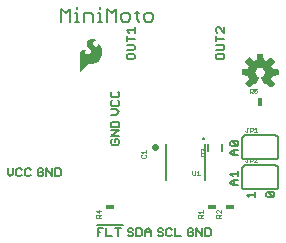
<source format=gbr>
G04 EAGLE Gerber RS-274X export*
G75*
%MOMM*%
%FSLAX34Y34*%
%LPD*%
%INSilkscreen Top*%
%IPPOS*%
%AMOC8*
5,1,8,0,0,1.08239X$1,22.5*%
G01*
%ADD10C,0.127000*%
%ADD11C,0.203200*%
%ADD12R,0.762000X0.457200*%
%ADD13C,0.025400*%
%ADD14C,0.558800*%
%ADD15C,0.152400*%
%ADD16R,0.457200X0.762000*%

G36*
X237920Y177946D02*
X237920Y177946D01*
X238028Y177956D01*
X238041Y177962D01*
X238055Y177964D01*
X238152Y178012D01*
X238251Y178057D01*
X238264Y178068D01*
X238273Y178072D01*
X238288Y178088D01*
X238365Y178150D01*
X240950Y180735D01*
X241013Y180824D01*
X241079Y180909D01*
X241084Y180922D01*
X241092Y180934D01*
X241123Y181037D01*
X241159Y181140D01*
X241159Y181154D01*
X241163Y181167D01*
X241159Y181275D01*
X241160Y181384D01*
X241155Y181397D01*
X241155Y181411D01*
X241117Y181513D01*
X241082Y181615D01*
X241073Y181630D01*
X241069Y181639D01*
X241055Y181656D01*
X241001Y181738D01*
X238237Y185128D01*
X238794Y186210D01*
X238800Y186230D01*
X238842Y186325D01*
X239213Y187484D01*
X243564Y187927D01*
X243668Y187955D01*
X243774Y187980D01*
X243786Y187987D01*
X243799Y187990D01*
X243889Y188051D01*
X243982Y188108D01*
X243990Y188119D01*
X244002Y188127D01*
X244068Y188213D01*
X244137Y188297D01*
X244141Y188310D01*
X244150Y188321D01*
X244184Y188424D01*
X244223Y188525D01*
X244224Y188543D01*
X244228Y188552D01*
X244228Y188574D01*
X244237Y188672D01*
X244237Y192328D01*
X244220Y192435D01*
X244206Y192543D01*
X244200Y192555D01*
X244198Y192569D01*
X244146Y192665D01*
X244099Y192762D01*
X244089Y192772D01*
X244083Y192784D01*
X244003Y192858D01*
X243927Y192935D01*
X243915Y192941D01*
X243905Y192951D01*
X243806Y192996D01*
X243709Y193044D01*
X243691Y193048D01*
X243682Y193052D01*
X243661Y193054D01*
X243564Y193073D01*
X239213Y193516D01*
X238842Y194675D01*
X238833Y194692D01*
X238831Y194700D01*
X238827Y194707D01*
X238794Y194790D01*
X238237Y195872D01*
X241001Y199262D01*
X241055Y199356D01*
X241112Y199448D01*
X241115Y199461D01*
X241122Y199473D01*
X241143Y199580D01*
X241168Y199685D01*
X241166Y199699D01*
X241169Y199713D01*
X241154Y199820D01*
X241144Y199928D01*
X241138Y199941D01*
X241136Y199955D01*
X241088Y200052D01*
X241043Y200151D01*
X241032Y200164D01*
X241028Y200173D01*
X241012Y200188D01*
X240950Y200265D01*
X238365Y202850D01*
X238276Y202913D01*
X238191Y202979D01*
X238178Y202984D01*
X238166Y202992D01*
X238063Y203023D01*
X237960Y203059D01*
X237946Y203059D01*
X237933Y203063D01*
X237825Y203059D01*
X237716Y203060D01*
X237703Y203055D01*
X237689Y203055D01*
X237587Y203017D01*
X237485Y202982D01*
X237470Y202973D01*
X237461Y202969D01*
X237444Y202955D01*
X237362Y202901D01*
X233972Y200137D01*
X232890Y200694D01*
X232870Y200700D01*
X232775Y200742D01*
X231616Y201113D01*
X231173Y205464D01*
X231145Y205568D01*
X231120Y205674D01*
X231113Y205686D01*
X231110Y205699D01*
X231049Y205789D01*
X230992Y205882D01*
X230981Y205890D01*
X230973Y205902D01*
X230887Y205968D01*
X230803Y206037D01*
X230790Y206041D01*
X230779Y206050D01*
X230676Y206084D01*
X230575Y206123D01*
X230557Y206124D01*
X230548Y206128D01*
X230526Y206128D01*
X230428Y206137D01*
X226772Y206137D01*
X226665Y206120D01*
X226557Y206106D01*
X226545Y206100D01*
X226531Y206098D01*
X226435Y206046D01*
X226338Y205999D01*
X226328Y205989D01*
X226316Y205983D01*
X226242Y205903D01*
X226165Y205827D01*
X226159Y205815D01*
X226149Y205805D01*
X226104Y205706D01*
X226056Y205609D01*
X226052Y205591D01*
X226048Y205582D01*
X226046Y205561D01*
X226027Y205464D01*
X225584Y201113D01*
X224425Y200742D01*
X224407Y200732D01*
X224310Y200694D01*
X223228Y200137D01*
X219838Y202901D01*
X219744Y202955D01*
X219652Y203012D01*
X219639Y203015D01*
X219627Y203022D01*
X219520Y203043D01*
X219415Y203068D01*
X219401Y203066D01*
X219387Y203069D01*
X219280Y203054D01*
X219172Y203044D01*
X219159Y203038D01*
X219146Y203036D01*
X219048Y202988D01*
X218949Y202943D01*
X218936Y202932D01*
X218927Y202928D01*
X218912Y202912D01*
X218835Y202850D01*
X216250Y200265D01*
X216187Y200176D01*
X216121Y200091D01*
X216116Y200078D01*
X216108Y200066D01*
X216077Y199963D01*
X216041Y199860D01*
X216041Y199846D01*
X216037Y199833D01*
X216041Y199725D01*
X216040Y199616D01*
X216045Y199603D01*
X216045Y199589D01*
X216083Y199487D01*
X216118Y199385D01*
X216127Y199370D01*
X216131Y199361D01*
X216145Y199344D01*
X216199Y199262D01*
X218963Y195872D01*
X218406Y194790D01*
X218400Y194770D01*
X218358Y194675D01*
X217987Y193516D01*
X213636Y193073D01*
X213532Y193045D01*
X213426Y193020D01*
X213414Y193013D01*
X213401Y193010D01*
X213311Y192949D01*
X213218Y192892D01*
X213210Y192881D01*
X213198Y192873D01*
X213132Y192787D01*
X213064Y192703D01*
X213059Y192690D01*
X213050Y192679D01*
X213016Y192576D01*
X212977Y192475D01*
X212976Y192457D01*
X212972Y192448D01*
X212973Y192426D01*
X212963Y192328D01*
X212963Y188672D01*
X212980Y188565D01*
X212994Y188457D01*
X213000Y188445D01*
X213002Y188431D01*
X213054Y188335D01*
X213101Y188238D01*
X213111Y188228D01*
X213117Y188216D01*
X213197Y188142D01*
X213273Y188065D01*
X213285Y188059D01*
X213296Y188049D01*
X213394Y188004D01*
X213491Y187956D01*
X213509Y187952D01*
X213518Y187948D01*
X213539Y187946D01*
X213636Y187927D01*
X217987Y187484D01*
X218358Y186325D01*
X218368Y186307D01*
X218406Y186210D01*
X218963Y185128D01*
X216199Y181738D01*
X216145Y181644D01*
X216088Y181552D01*
X216085Y181539D01*
X216078Y181527D01*
X216057Y181420D01*
X216032Y181315D01*
X216034Y181301D01*
X216031Y181287D01*
X216046Y181180D01*
X216056Y181072D01*
X216062Y181059D01*
X216064Y181046D01*
X216112Y180948D01*
X216157Y180849D01*
X216168Y180836D01*
X216172Y180827D01*
X216188Y180812D01*
X216250Y180735D01*
X218835Y178150D01*
X218924Y178087D01*
X219009Y178021D01*
X219022Y178016D01*
X219034Y178008D01*
X219137Y177977D01*
X219240Y177941D01*
X219254Y177941D01*
X219267Y177937D01*
X219375Y177941D01*
X219484Y177940D01*
X219497Y177945D01*
X219511Y177945D01*
X219613Y177983D01*
X219715Y178018D01*
X219730Y178027D01*
X219739Y178031D01*
X219756Y178045D01*
X219838Y178099D01*
X223228Y180863D01*
X224310Y180306D01*
X224363Y180289D01*
X224412Y180263D01*
X224478Y180252D01*
X224542Y180231D01*
X224598Y180232D01*
X224652Y180223D01*
X224719Y180234D01*
X224786Y180235D01*
X224838Y180253D01*
X224893Y180262D01*
X224953Y180294D01*
X225016Y180317D01*
X225059Y180351D01*
X225109Y180377D01*
X225155Y180426D01*
X225207Y180468D01*
X225238Y180515D01*
X225276Y180555D01*
X225332Y180660D01*
X225340Y180673D01*
X225341Y180678D01*
X225345Y180685D01*
X227498Y185882D01*
X227518Y185966D01*
X227523Y185978D01*
X227525Y185994D01*
X227550Y186080D01*
X227549Y186100D01*
X227554Y186120D01*
X227546Y186202D01*
X227547Y186221D01*
X227543Y186241D01*
X227539Y186324D01*
X227532Y186343D01*
X227530Y186363D01*
X227498Y186432D01*
X227492Y186459D01*
X227477Y186483D01*
X227450Y186552D01*
X227437Y186567D01*
X227429Y186585D01*
X227384Y186634D01*
X227364Y186666D01*
X227332Y186692D01*
X227293Y186738D01*
X227272Y186753D01*
X227262Y186763D01*
X227241Y186775D01*
X227178Y186819D01*
X227175Y186821D01*
X227174Y186821D01*
X227172Y186823D01*
X226288Y187318D01*
X225609Y187945D01*
X225095Y188714D01*
X224775Y189582D01*
X224667Y190499D01*
X224780Y191434D01*
X225111Y192315D01*
X225643Y193092D01*
X226344Y193721D01*
X227174Y194164D01*
X228086Y194398D01*
X229028Y194408D01*
X229944Y194194D01*
X230784Y193769D01*
X231498Y193156D01*
X232047Y192391D01*
X232398Y191517D01*
X232531Y190585D01*
X232439Y189648D01*
X232127Y188760D01*
X231612Y187972D01*
X230925Y187328D01*
X230026Y186822D01*
X229986Y186789D01*
X229944Y186767D01*
X229913Y186734D01*
X229865Y186699D01*
X229852Y186682D01*
X229836Y186669D01*
X229801Y186615D01*
X229777Y186589D01*
X229764Y186558D01*
X229722Y186501D01*
X229716Y186481D01*
X229705Y186463D01*
X229687Y186390D01*
X229677Y186367D01*
X229674Y186343D01*
X229651Y186268D01*
X229652Y186247D01*
X229647Y186226D01*
X229654Y186142D01*
X229653Y186124D01*
X229656Y186108D01*
X229659Y186024D01*
X229667Y185998D01*
X229668Y185983D01*
X229678Y185961D01*
X229702Y185882D01*
X230010Y185137D01*
X230011Y185137D01*
X230321Y184388D01*
X230631Y183639D01*
X230631Y183638D01*
X230942Y182890D01*
X230942Y182889D01*
X231252Y182140D01*
X231562Y181391D01*
X231563Y181391D01*
X231855Y180685D01*
X231884Y180638D01*
X231905Y180586D01*
X231948Y180535D01*
X231984Y180478D01*
X232027Y180443D01*
X232063Y180400D01*
X232120Y180366D01*
X232172Y180323D01*
X232224Y180304D01*
X232272Y180275D01*
X232338Y180261D01*
X232401Y180237D01*
X232456Y180235D01*
X232510Y180224D01*
X232577Y180231D01*
X232644Y180229D01*
X232698Y180245D01*
X232753Y180252D01*
X232864Y180296D01*
X232878Y180300D01*
X232882Y180303D01*
X232890Y180306D01*
X233972Y180863D01*
X237362Y178099D01*
X237456Y178045D01*
X237548Y177988D01*
X237561Y177985D01*
X237573Y177978D01*
X237680Y177957D01*
X237785Y177932D01*
X237799Y177934D01*
X237813Y177931D01*
X237920Y177946D01*
G37*
G36*
X76210Y190401D02*
X76210Y190401D01*
X76214Y190399D01*
X76284Y190435D01*
X76294Y190440D01*
X76295Y190441D01*
X81167Y195923D01*
X82021Y196705D01*
X83011Y197294D01*
X83362Y197421D01*
X83730Y197486D01*
X86005Y197486D01*
X86010Y197488D01*
X86016Y197486D01*
X87380Y197610D01*
X87390Y197616D01*
X87402Y197614D01*
X88721Y197982D01*
X88729Y197990D01*
X88742Y197991D01*
X89972Y198591D01*
X89979Y198598D01*
X89990Y198601D01*
X91147Y199418D01*
X91152Y199426D01*
X91161Y199429D01*
X92192Y200401D01*
X92195Y200409D01*
X92201Y200411D01*
X92202Y200413D01*
X92204Y200414D01*
X93089Y201521D01*
X93091Y201531D01*
X93100Y201538D01*
X94047Y203219D01*
X94048Y203230D01*
X94056Y203240D01*
X94684Y205064D01*
X94683Y205075D01*
X94690Y205086D01*
X94978Y206993D01*
X94975Y207004D01*
X94980Y207016D01*
X94978Y207068D01*
X94970Y207320D01*
X94966Y207446D01*
X94966Y207447D01*
X94958Y207699D01*
X94950Y207952D01*
X94946Y208078D01*
X94938Y208330D01*
X94927Y208709D01*
X94919Y208944D01*
X94915Y208953D01*
X94917Y208965D01*
X94710Y210004D01*
X94705Y210012D01*
X94705Y210023D01*
X94347Y211020D01*
X94341Y211027D01*
X94340Y211038D01*
X93838Y211972D01*
X93829Y211979D01*
X93826Y211991D01*
X92919Y213128D01*
X92908Y213134D01*
X92901Y213147D01*
X91775Y214068D01*
X91732Y214080D01*
X91691Y214096D01*
X91686Y214094D01*
X91680Y214095D01*
X91642Y214074D01*
X91602Y214055D01*
X91599Y214049D01*
X91595Y214047D01*
X91587Y214018D01*
X91569Y213970D01*
X91569Y213090D01*
X91553Y212970D01*
X91509Y212867D01*
X91235Y212527D01*
X90874Y212279D01*
X90700Y212214D01*
X90162Y212156D01*
X89632Y212254D01*
X89144Y212503D01*
X88242Y213154D01*
X87830Y213508D01*
X87479Y213918D01*
X87196Y214376D01*
X86990Y214870D01*
X86931Y215170D01*
X86943Y215473D01*
X87100Y215992D01*
X87386Y216452D01*
X87781Y216822D01*
X88262Y217077D01*
X88752Y217216D01*
X89263Y217273D01*
X89866Y217273D01*
X89867Y217273D01*
X89889Y217282D01*
X89957Y217311D01*
X89992Y217403D01*
X89988Y217412D01*
X89954Y217488D01*
X89952Y217491D01*
X89951Y217492D01*
X89950Y217493D01*
X89929Y217513D01*
X89922Y217516D01*
X89918Y217524D01*
X89483Y217862D01*
X89468Y217866D01*
X89456Y217878D01*
X88952Y218099D01*
X88951Y218099D01*
X88595Y218251D01*
X88367Y218352D01*
X88357Y218353D01*
X88347Y218359D01*
X87469Y218579D01*
X87460Y218578D01*
X87450Y218582D01*
X86550Y218668D01*
X86540Y218664D01*
X86528Y218668D01*
X85660Y218602D01*
X85649Y218596D01*
X85636Y218597D01*
X84796Y218366D01*
X84786Y218358D01*
X84773Y218357D01*
X83993Y217969D01*
X83986Y217961D01*
X83975Y217958D01*
X83198Y217398D01*
X83194Y217391D01*
X83185Y217387D01*
X82489Y216729D01*
X82484Y216718D01*
X82473Y216710D01*
X82042Y216107D01*
X82039Y216092D01*
X82027Y216079D01*
X81760Y215387D01*
X81760Y215371D01*
X81752Y215356D01*
X81665Y214619D01*
X81670Y214604D01*
X81666Y214587D01*
X81765Y213852D01*
X81773Y213839D01*
X81773Y213822D01*
X82053Y213134D01*
X82062Y213125D01*
X82065Y213111D01*
X83252Y211353D01*
X83260Y211348D01*
X83264Y211337D01*
X84717Y209796D01*
X85087Y209361D01*
X85327Y208858D01*
X85429Y208310D01*
X85386Y207754D01*
X85200Y207229D01*
X84885Y206769D01*
X84460Y206404D01*
X83917Y206111D01*
X83331Y205913D01*
X82721Y205816D01*
X82010Y205851D01*
X81332Y206058D01*
X80726Y206423D01*
X80413Y206751D01*
X80207Y207155D01*
X80114Y207571D01*
X80114Y207999D01*
X80207Y208414D01*
X80279Y208552D01*
X80397Y208666D01*
X81221Y209265D01*
X81354Y209336D01*
X81492Y209364D01*
X81650Y209348D01*
X81693Y209362D01*
X81738Y209373D01*
X81740Y209377D01*
X81744Y209378D01*
X81764Y209419D01*
X81787Y209458D01*
X81786Y209462D01*
X81788Y209466D01*
X81773Y209509D01*
X81760Y209553D01*
X81757Y209555D01*
X81756Y209559D01*
X81718Y209578D01*
X81682Y209599D01*
X81199Y209675D01*
X81194Y209674D01*
X81189Y209676D01*
X80249Y209749D01*
X80240Y209746D01*
X80229Y209749D01*
X79289Y209676D01*
X79279Y209671D01*
X79267Y209672D01*
X78568Y209488D01*
X78558Y209480D01*
X78544Y209479D01*
X77896Y209158D01*
X77888Y209149D01*
X77874Y209145D01*
X77304Y208700D01*
X77298Y208689D01*
X77286Y208683D01*
X76816Y208133D01*
X76812Y208121D01*
X76801Y208112D01*
X76400Y207380D01*
X76399Y207367D01*
X76390Y207356D01*
X76150Y206557D01*
X76151Y206544D01*
X76145Y206531D01*
X76075Y205700D01*
X76077Y205694D01*
X76075Y205689D01*
X76075Y190525D01*
X76077Y190520D01*
X76075Y190516D01*
X76096Y190476D01*
X76113Y190434D01*
X76118Y190433D01*
X76120Y190428D01*
X76163Y190415D01*
X76205Y190399D01*
X76210Y190401D01*
G37*
D10*
X210185Y120151D02*
X205609Y120151D01*
X203321Y122439D01*
X205609Y124727D01*
X210185Y124727D01*
X206753Y124727D02*
X206753Y120151D01*
X209041Y127635D02*
X204465Y127635D01*
X203321Y128779D01*
X203321Y131067D01*
X204465Y132211D01*
X209041Y132211D01*
X210185Y131067D01*
X210185Y128779D01*
X209041Y127635D01*
X204465Y132211D01*
X205609Y94751D02*
X210185Y94751D01*
X205609Y94751D02*
X203321Y97039D01*
X205609Y99327D01*
X210185Y99327D01*
X206753Y99327D02*
X206753Y94751D01*
X205609Y102235D02*
X203321Y104523D01*
X210185Y104523D01*
X210185Y102235D02*
X210185Y106811D01*
X217291Y86811D02*
X219579Y84523D01*
X217291Y86811D02*
X224155Y86811D01*
X224155Y84523D02*
X224155Y89099D01*
X234945Y84523D02*
X239521Y84523D01*
X234945Y84523D02*
X233801Y85667D01*
X233801Y87955D01*
X234945Y89099D01*
X239521Y89099D01*
X240665Y87955D01*
X240665Y85667D01*
X239521Y84523D01*
X234945Y89099D01*
X112826Y60833D02*
X90374Y60833D01*
X91009Y58299D02*
X91009Y51435D01*
X91009Y58299D02*
X95585Y58299D01*
X93297Y54867D02*
X91009Y54867D01*
X98493Y58299D02*
X98493Y51435D01*
X103069Y51435D01*
X108265Y51435D02*
X108265Y58299D01*
X105977Y58299D02*
X110553Y58299D01*
X119841Y58299D02*
X120985Y57155D01*
X119841Y58299D02*
X117553Y58299D01*
X116409Y57155D01*
X116409Y56011D01*
X117553Y54867D01*
X119841Y54867D01*
X120985Y53723D01*
X120985Y52579D01*
X119841Y51435D01*
X117553Y51435D01*
X116409Y52579D01*
X123893Y51435D02*
X123893Y58299D01*
X123893Y51435D02*
X127325Y51435D01*
X128469Y52579D01*
X128469Y57155D01*
X127325Y58299D01*
X123893Y58299D01*
X131377Y56011D02*
X131377Y51435D01*
X131377Y56011D02*
X133665Y58299D01*
X135953Y56011D01*
X135953Y51435D01*
X135953Y54867D02*
X131377Y54867D01*
X145241Y58299D02*
X146385Y57155D01*
X145241Y58299D02*
X142953Y58299D01*
X141809Y57155D01*
X141809Y56011D01*
X142953Y54867D01*
X145241Y54867D01*
X146385Y53723D01*
X146385Y52579D01*
X145241Y51435D01*
X142953Y51435D01*
X141809Y52579D01*
X152725Y58299D02*
X153869Y57155D01*
X152725Y58299D02*
X150437Y58299D01*
X149293Y57155D01*
X149293Y52579D01*
X150437Y51435D01*
X152725Y51435D01*
X153869Y52579D01*
X156777Y51435D02*
X156777Y58299D01*
X156777Y51435D02*
X161353Y51435D01*
X170641Y58299D02*
X171785Y57155D01*
X170641Y58299D02*
X168353Y58299D01*
X167209Y57155D01*
X167209Y52579D01*
X168353Y51435D01*
X170641Y51435D01*
X171785Y52579D01*
X171785Y54867D01*
X169497Y54867D01*
X174693Y51435D02*
X174693Y58299D01*
X179269Y51435D01*
X179269Y58299D01*
X182177Y58299D02*
X182177Y51435D01*
X185609Y51435D01*
X186753Y52579D01*
X186753Y57155D01*
X185609Y58299D01*
X182177Y58299D01*
X44785Y107955D02*
X43641Y109099D01*
X41353Y109099D01*
X40209Y107955D01*
X40209Y103379D01*
X41353Y102235D01*
X43641Y102235D01*
X44785Y103379D01*
X44785Y105667D01*
X42497Y105667D01*
X47693Y102235D02*
X47693Y109099D01*
X52269Y102235D01*
X52269Y109099D01*
X55177Y109099D02*
X55177Y102235D01*
X58609Y102235D01*
X59753Y103379D01*
X59753Y107955D01*
X58609Y109099D01*
X55177Y109099D01*
X14809Y109099D02*
X14809Y104523D01*
X17097Y102235D01*
X19385Y104523D01*
X19385Y109099D01*
X25725Y109099D02*
X26869Y107955D01*
X25725Y109099D02*
X23437Y109099D01*
X22293Y107955D01*
X22293Y103379D01*
X23437Y102235D01*
X25725Y102235D01*
X26869Y103379D01*
X33209Y109099D02*
X34353Y107955D01*
X33209Y109099D02*
X30921Y109099D01*
X29777Y107955D01*
X29777Y103379D01*
X30921Y102235D01*
X33209Y102235D01*
X34353Y103379D01*
X102229Y154509D02*
X106805Y154509D01*
X109093Y156797D01*
X106805Y159085D01*
X102229Y159085D01*
X102229Y165425D02*
X103373Y166569D01*
X102229Y165425D02*
X102229Y163137D01*
X103373Y161993D01*
X107949Y161993D01*
X109093Y163137D01*
X109093Y165425D01*
X107949Y166569D01*
X102229Y172909D02*
X103373Y174053D01*
X102229Y172909D02*
X102229Y170621D01*
X103373Y169477D01*
X107949Y169477D01*
X109093Y170621D01*
X109093Y172909D01*
X107949Y174053D01*
X103373Y133685D02*
X102229Y132541D01*
X102229Y130253D01*
X103373Y129109D01*
X107949Y129109D01*
X109093Y130253D01*
X109093Y132541D01*
X107949Y133685D01*
X105661Y133685D01*
X105661Y131397D01*
X109093Y136593D02*
X102229Y136593D01*
X109093Y141169D01*
X102229Y141169D01*
X102229Y144077D02*
X109093Y144077D01*
X109093Y147509D01*
X107949Y148653D01*
X103373Y148653D01*
X102229Y147509D01*
X102229Y144077D01*
X115691Y202711D02*
X115691Y204999D01*
X115691Y202711D02*
X116835Y201567D01*
X121411Y201567D01*
X122555Y202711D01*
X122555Y204999D01*
X121411Y206143D01*
X116835Y206143D01*
X115691Y204999D01*
X115691Y209051D02*
X121411Y209051D01*
X122555Y210195D01*
X122555Y212483D01*
X121411Y213627D01*
X115691Y213627D01*
X115691Y218823D02*
X122555Y218823D01*
X115691Y216535D02*
X115691Y221111D01*
X117979Y224019D02*
X115691Y226307D01*
X122555Y226307D01*
X122555Y224019D02*
X122555Y228595D01*
X191129Y204999D02*
X191129Y202711D01*
X192273Y201567D01*
X196849Y201567D01*
X197993Y202711D01*
X197993Y204999D01*
X196849Y206143D01*
X192273Y206143D01*
X191129Y204999D01*
X191129Y209051D02*
X196849Y209051D01*
X197993Y210195D01*
X197993Y212483D01*
X196849Y213627D01*
X191129Y213627D01*
X191129Y218823D02*
X197993Y218823D01*
X191129Y216535D02*
X191129Y221111D01*
X197993Y224019D02*
X197993Y228595D01*
X197993Y224019D02*
X193417Y228595D01*
X192273Y228595D01*
X191129Y227451D01*
X191129Y225163D01*
X192273Y224019D01*
D11*
X60417Y233426D02*
X60417Y244103D01*
X63976Y240544D01*
X67535Y244103D01*
X67535Y233426D01*
X72111Y240544D02*
X73891Y240544D01*
X73891Y233426D01*
X75670Y233426D02*
X72111Y233426D01*
X73891Y244103D02*
X73891Y245883D01*
X79907Y240544D02*
X79907Y233426D01*
X79907Y240544D02*
X85246Y240544D01*
X87025Y238765D01*
X87025Y233426D01*
X91601Y240544D02*
X93380Y240544D01*
X93380Y233426D01*
X91601Y233426D02*
X95160Y233426D01*
X93380Y244103D02*
X93380Y245883D01*
X99397Y244103D02*
X99397Y233426D01*
X102956Y240544D02*
X99397Y244103D01*
X102956Y240544D02*
X106515Y244103D01*
X106515Y233426D01*
X112870Y233426D02*
X116429Y233426D01*
X118209Y235206D01*
X118209Y238765D01*
X116429Y240544D01*
X112870Y240544D01*
X111091Y238765D01*
X111091Y235206D01*
X112870Y233426D01*
X124564Y235206D02*
X124564Y242324D01*
X124564Y235206D02*
X126344Y233426D01*
X126344Y240544D02*
X122785Y240544D01*
X132360Y233426D02*
X135919Y233426D01*
X137699Y235206D01*
X137699Y238765D01*
X135919Y240544D01*
X132360Y240544D01*
X130581Y238765D01*
X130581Y235206D01*
X132360Y233426D01*
D12*
X187960Y76200D03*
D13*
X180213Y67437D02*
X176400Y67437D01*
X176400Y69344D01*
X177035Y69979D01*
X178306Y69979D01*
X178942Y69344D01*
X178942Y67437D01*
X178942Y68708D02*
X180213Y69979D01*
X177671Y71179D02*
X176400Y72450D01*
X180213Y72450D01*
X180213Y71179D02*
X180213Y73721D01*
D12*
X203200Y76200D03*
D13*
X195453Y67437D02*
X191640Y67437D01*
X191640Y69344D01*
X192275Y69979D01*
X193546Y69979D01*
X194182Y69344D01*
X194182Y67437D01*
X194182Y68708D02*
X195453Y69979D01*
X195453Y71179D02*
X195453Y73721D01*
X195453Y71179D02*
X192911Y73721D01*
X192275Y73721D01*
X191640Y73086D01*
X191640Y71815D01*
X192275Y71179D01*
D14*
X140005Y127000D02*
X139395Y127000D01*
D13*
X128775Y120779D02*
X128140Y120144D01*
X128140Y118873D01*
X128775Y118237D01*
X131317Y118237D01*
X131953Y118873D01*
X131953Y120144D01*
X131317Y120779D01*
X129411Y121979D02*
X128140Y123250D01*
X131953Y123250D01*
X131953Y121979D02*
X131953Y124521D01*
D10*
X181608Y129300D02*
X181608Y99300D01*
X148592Y99300D02*
X148592Y129300D01*
X180027Y134112D02*
X180029Y134159D01*
X180035Y134207D01*
X180045Y134253D01*
X180059Y134298D01*
X180076Y134343D01*
X180097Y134385D01*
X180122Y134426D01*
X180150Y134464D01*
X180181Y134500D01*
X180215Y134533D01*
X180251Y134564D01*
X180290Y134591D01*
X180331Y134614D01*
X180374Y134635D01*
X180419Y134651D01*
X180465Y134664D01*
X180511Y134673D01*
X180558Y134678D01*
X180606Y134679D01*
X180653Y134676D01*
X180700Y134669D01*
X180746Y134658D01*
X180792Y134643D01*
X180835Y134625D01*
X180877Y134603D01*
X180918Y134578D01*
X180955Y134549D01*
X180991Y134517D01*
X181023Y134482D01*
X181053Y134445D01*
X181079Y134406D01*
X181102Y134364D01*
X181121Y134321D01*
X181137Y134276D01*
X181149Y134230D01*
X181157Y134183D01*
X181161Y134136D01*
X181161Y134088D01*
X181157Y134041D01*
X181149Y133994D01*
X181137Y133948D01*
X181121Y133903D01*
X181102Y133860D01*
X181079Y133818D01*
X181053Y133779D01*
X181023Y133742D01*
X180991Y133707D01*
X180955Y133675D01*
X180918Y133646D01*
X180878Y133621D01*
X180835Y133599D01*
X180792Y133581D01*
X180746Y133566D01*
X180700Y133555D01*
X180653Y133548D01*
X180606Y133545D01*
X180558Y133546D01*
X180511Y133551D01*
X180465Y133560D01*
X180419Y133573D01*
X180374Y133589D01*
X180331Y133610D01*
X180290Y133633D01*
X180251Y133660D01*
X180215Y133691D01*
X180181Y133724D01*
X180150Y133760D01*
X180122Y133798D01*
X180097Y133839D01*
X180076Y133881D01*
X180059Y133926D01*
X180045Y133971D01*
X180035Y134017D01*
X180029Y134065D01*
X180027Y134112D01*
D13*
X171243Y107176D02*
X171243Y103999D01*
X171878Y103363D01*
X173149Y103363D01*
X173785Y103999D01*
X173785Y107176D01*
X174985Y105905D02*
X176256Y107176D01*
X176256Y103363D01*
X174985Y103363D02*
X177527Y103363D01*
D15*
X184500Y124000D02*
X184500Y130000D01*
X196500Y130000D02*
X196500Y124000D01*
D13*
X182118Y119507D02*
X178305Y119507D01*
X178305Y121414D01*
X178940Y122049D01*
X180211Y122049D01*
X180847Y121414D01*
X180847Y119507D01*
X180847Y120778D02*
X182118Y122049D01*
X178940Y123249D02*
X178305Y123885D01*
X178305Y125156D01*
X178940Y125791D01*
X179576Y125791D01*
X180211Y125156D01*
X180211Y124520D01*
X180211Y125156D02*
X180847Y125791D01*
X181482Y125791D01*
X182118Y125156D01*
X182118Y123885D01*
X181482Y123249D01*
D12*
X101600Y76200D03*
D13*
X93853Y67437D02*
X90040Y67437D01*
X90040Y69344D01*
X90675Y69979D01*
X91946Y69979D01*
X92582Y69344D01*
X92582Y67437D01*
X92582Y68708D02*
X93853Y69979D01*
X93853Y73086D02*
X90040Y73086D01*
X91946Y71179D01*
X91946Y73721D01*
D15*
X215900Y116840D02*
X241300Y116840D01*
X243840Y134620D02*
X243838Y134720D01*
X243832Y134819D01*
X243822Y134919D01*
X243809Y135017D01*
X243791Y135116D01*
X243770Y135213D01*
X243745Y135309D01*
X243716Y135405D01*
X243683Y135499D01*
X243647Y135592D01*
X243607Y135683D01*
X243563Y135773D01*
X243516Y135861D01*
X243466Y135947D01*
X243412Y136031D01*
X243355Y136113D01*
X243295Y136192D01*
X243231Y136270D01*
X243165Y136344D01*
X243096Y136416D01*
X243024Y136485D01*
X242950Y136551D01*
X242872Y136615D01*
X242793Y136675D01*
X242711Y136732D01*
X242627Y136786D01*
X242541Y136836D01*
X242453Y136883D01*
X242363Y136927D01*
X242272Y136967D01*
X242179Y137003D01*
X242085Y137036D01*
X241989Y137065D01*
X241893Y137090D01*
X241796Y137111D01*
X241697Y137129D01*
X241599Y137142D01*
X241499Y137152D01*
X241400Y137158D01*
X241300Y137160D01*
X215900Y137160D02*
X215800Y137158D01*
X215701Y137152D01*
X215601Y137142D01*
X215503Y137129D01*
X215404Y137111D01*
X215307Y137090D01*
X215211Y137065D01*
X215115Y137036D01*
X215021Y137003D01*
X214928Y136967D01*
X214837Y136927D01*
X214747Y136883D01*
X214659Y136836D01*
X214573Y136786D01*
X214489Y136732D01*
X214407Y136675D01*
X214328Y136615D01*
X214250Y136551D01*
X214176Y136485D01*
X214104Y136416D01*
X214035Y136344D01*
X213969Y136270D01*
X213905Y136192D01*
X213845Y136113D01*
X213788Y136031D01*
X213734Y135947D01*
X213684Y135861D01*
X213637Y135773D01*
X213593Y135683D01*
X213553Y135592D01*
X213517Y135499D01*
X213484Y135405D01*
X213455Y135309D01*
X213430Y135213D01*
X213409Y135116D01*
X213391Y135017D01*
X213378Y134919D01*
X213368Y134819D01*
X213362Y134720D01*
X213360Y134620D01*
X213360Y119380D02*
X213362Y119280D01*
X213368Y119181D01*
X213378Y119081D01*
X213391Y118983D01*
X213409Y118884D01*
X213430Y118787D01*
X213455Y118691D01*
X213484Y118595D01*
X213517Y118501D01*
X213553Y118408D01*
X213593Y118317D01*
X213637Y118227D01*
X213684Y118139D01*
X213734Y118053D01*
X213788Y117969D01*
X213845Y117887D01*
X213905Y117808D01*
X213969Y117730D01*
X214035Y117656D01*
X214104Y117584D01*
X214176Y117515D01*
X214250Y117449D01*
X214328Y117385D01*
X214407Y117325D01*
X214489Y117268D01*
X214573Y117214D01*
X214659Y117164D01*
X214747Y117117D01*
X214837Y117073D01*
X214928Y117033D01*
X215021Y116997D01*
X215115Y116964D01*
X215211Y116935D01*
X215307Y116910D01*
X215404Y116889D01*
X215503Y116871D01*
X215601Y116858D01*
X215701Y116848D01*
X215800Y116842D01*
X215900Y116840D01*
X241300Y116840D02*
X241400Y116842D01*
X241499Y116848D01*
X241599Y116858D01*
X241697Y116871D01*
X241796Y116889D01*
X241893Y116910D01*
X241989Y116935D01*
X242085Y116964D01*
X242179Y116997D01*
X242272Y117033D01*
X242363Y117073D01*
X242453Y117117D01*
X242541Y117164D01*
X242627Y117214D01*
X242711Y117268D01*
X242793Y117325D01*
X242872Y117385D01*
X242950Y117449D01*
X243024Y117515D01*
X243096Y117584D01*
X243165Y117656D01*
X243231Y117730D01*
X243295Y117808D01*
X243355Y117887D01*
X243412Y117969D01*
X243466Y118053D01*
X243516Y118139D01*
X243563Y118227D01*
X243607Y118317D01*
X243647Y118408D01*
X243683Y118501D01*
X243716Y118595D01*
X243745Y118691D01*
X243770Y118787D01*
X243791Y118884D01*
X243809Y118983D01*
X243822Y119081D01*
X243832Y119181D01*
X243838Y119280D01*
X243840Y119380D01*
X243840Y134620D01*
X213360Y134620D02*
X213360Y119380D01*
X215900Y137160D02*
X241300Y137160D01*
D13*
X216663Y139827D02*
X216027Y140463D01*
X216663Y139827D02*
X217298Y139827D01*
X217934Y140463D01*
X217934Y143640D01*
X218569Y143640D02*
X217298Y143640D01*
X219769Y143640D02*
X219769Y139827D01*
X219769Y143640D02*
X221676Y143640D01*
X222311Y143005D01*
X222311Y141734D01*
X221676Y141098D01*
X219769Y141098D01*
X223511Y142369D02*
X224782Y143640D01*
X224782Y139827D01*
X223511Y139827D02*
X226053Y139827D01*
D15*
X215900Y91440D02*
X241300Y91440D01*
X243840Y109220D02*
X243838Y109320D01*
X243832Y109419D01*
X243822Y109519D01*
X243809Y109617D01*
X243791Y109716D01*
X243770Y109813D01*
X243745Y109909D01*
X243716Y110005D01*
X243683Y110099D01*
X243647Y110192D01*
X243607Y110283D01*
X243563Y110373D01*
X243516Y110461D01*
X243466Y110547D01*
X243412Y110631D01*
X243355Y110713D01*
X243295Y110792D01*
X243231Y110870D01*
X243165Y110944D01*
X243096Y111016D01*
X243024Y111085D01*
X242950Y111151D01*
X242872Y111215D01*
X242793Y111275D01*
X242711Y111332D01*
X242627Y111386D01*
X242541Y111436D01*
X242453Y111483D01*
X242363Y111527D01*
X242272Y111567D01*
X242179Y111603D01*
X242085Y111636D01*
X241989Y111665D01*
X241893Y111690D01*
X241796Y111711D01*
X241697Y111729D01*
X241599Y111742D01*
X241499Y111752D01*
X241400Y111758D01*
X241300Y111760D01*
X215900Y111760D02*
X215800Y111758D01*
X215701Y111752D01*
X215601Y111742D01*
X215503Y111729D01*
X215404Y111711D01*
X215307Y111690D01*
X215211Y111665D01*
X215115Y111636D01*
X215021Y111603D01*
X214928Y111567D01*
X214837Y111527D01*
X214747Y111483D01*
X214659Y111436D01*
X214573Y111386D01*
X214489Y111332D01*
X214407Y111275D01*
X214328Y111215D01*
X214250Y111151D01*
X214176Y111085D01*
X214104Y111016D01*
X214035Y110944D01*
X213969Y110870D01*
X213905Y110792D01*
X213845Y110713D01*
X213788Y110631D01*
X213734Y110547D01*
X213684Y110461D01*
X213637Y110373D01*
X213593Y110283D01*
X213553Y110192D01*
X213517Y110099D01*
X213484Y110005D01*
X213455Y109909D01*
X213430Y109813D01*
X213409Y109716D01*
X213391Y109617D01*
X213378Y109519D01*
X213368Y109419D01*
X213362Y109320D01*
X213360Y109220D01*
X213360Y93980D02*
X213362Y93880D01*
X213368Y93781D01*
X213378Y93681D01*
X213391Y93583D01*
X213409Y93484D01*
X213430Y93387D01*
X213455Y93291D01*
X213484Y93195D01*
X213517Y93101D01*
X213553Y93008D01*
X213593Y92917D01*
X213637Y92827D01*
X213684Y92739D01*
X213734Y92653D01*
X213788Y92569D01*
X213845Y92487D01*
X213905Y92408D01*
X213969Y92330D01*
X214035Y92256D01*
X214104Y92184D01*
X214176Y92115D01*
X214250Y92049D01*
X214328Y91985D01*
X214407Y91925D01*
X214489Y91868D01*
X214573Y91814D01*
X214659Y91764D01*
X214747Y91717D01*
X214837Y91673D01*
X214928Y91633D01*
X215021Y91597D01*
X215115Y91564D01*
X215211Y91535D01*
X215307Y91510D01*
X215404Y91489D01*
X215503Y91471D01*
X215601Y91458D01*
X215701Y91448D01*
X215800Y91442D01*
X215900Y91440D01*
X241300Y91440D02*
X241400Y91442D01*
X241499Y91448D01*
X241599Y91458D01*
X241697Y91471D01*
X241796Y91489D01*
X241893Y91510D01*
X241989Y91535D01*
X242085Y91564D01*
X242179Y91597D01*
X242272Y91633D01*
X242363Y91673D01*
X242453Y91717D01*
X242541Y91764D01*
X242627Y91814D01*
X242711Y91868D01*
X242793Y91925D01*
X242872Y91985D01*
X242950Y92049D01*
X243024Y92115D01*
X243096Y92184D01*
X243165Y92256D01*
X243231Y92330D01*
X243295Y92408D01*
X243355Y92487D01*
X243412Y92569D01*
X243466Y92653D01*
X243516Y92739D01*
X243563Y92827D01*
X243607Y92917D01*
X243647Y93008D01*
X243683Y93101D01*
X243716Y93195D01*
X243745Y93291D01*
X243770Y93387D01*
X243791Y93484D01*
X243809Y93583D01*
X243822Y93681D01*
X243832Y93781D01*
X243838Y93880D01*
X243840Y93980D01*
X243840Y109220D01*
X213360Y109220D02*
X213360Y93980D01*
X215900Y111760D02*
X241300Y111760D01*
D13*
X216663Y114427D02*
X216027Y115063D01*
X216663Y114427D02*
X217298Y114427D01*
X217934Y115063D01*
X217934Y118240D01*
X218569Y118240D02*
X217298Y118240D01*
X219769Y118240D02*
X219769Y114427D01*
X219769Y118240D02*
X221676Y118240D01*
X222311Y117605D01*
X222311Y116334D01*
X221676Y115698D01*
X219769Y115698D01*
X223511Y114427D02*
X226053Y114427D01*
X223511Y114427D02*
X226053Y116969D01*
X226053Y117605D01*
X225418Y118240D01*
X224147Y118240D01*
X223511Y117605D01*
D16*
X228600Y165100D03*
D13*
X219837Y172847D02*
X219837Y176660D01*
X221744Y176660D01*
X222379Y176025D01*
X222379Y174754D01*
X221744Y174118D01*
X219837Y174118D01*
X221108Y174118D02*
X222379Y172847D01*
X223579Y176660D02*
X226121Y176660D01*
X223579Y176660D02*
X223579Y174754D01*
X224850Y175389D01*
X225486Y175389D01*
X226121Y174754D01*
X226121Y173483D01*
X225486Y172847D01*
X224215Y172847D01*
X223579Y173483D01*
M02*

</source>
